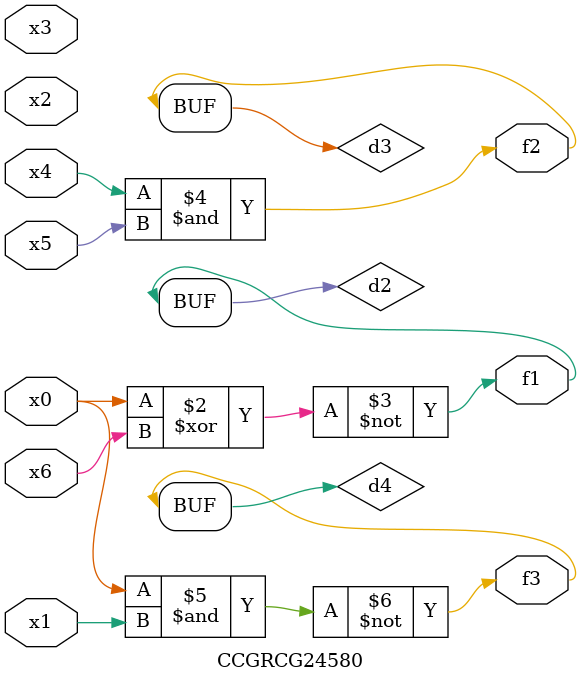
<source format=v>
module CCGRCG24580(
	input x0, x1, x2, x3, x4, x5, x6,
	output f1, f2, f3
);

	wire d1, d2, d3, d4;

	nor (d1, x0);
	xnor (d2, x0, x6);
	and (d3, x4, x5);
	nand (d4, x0, x1);
	assign f1 = d2;
	assign f2 = d3;
	assign f3 = d4;
endmodule

</source>
